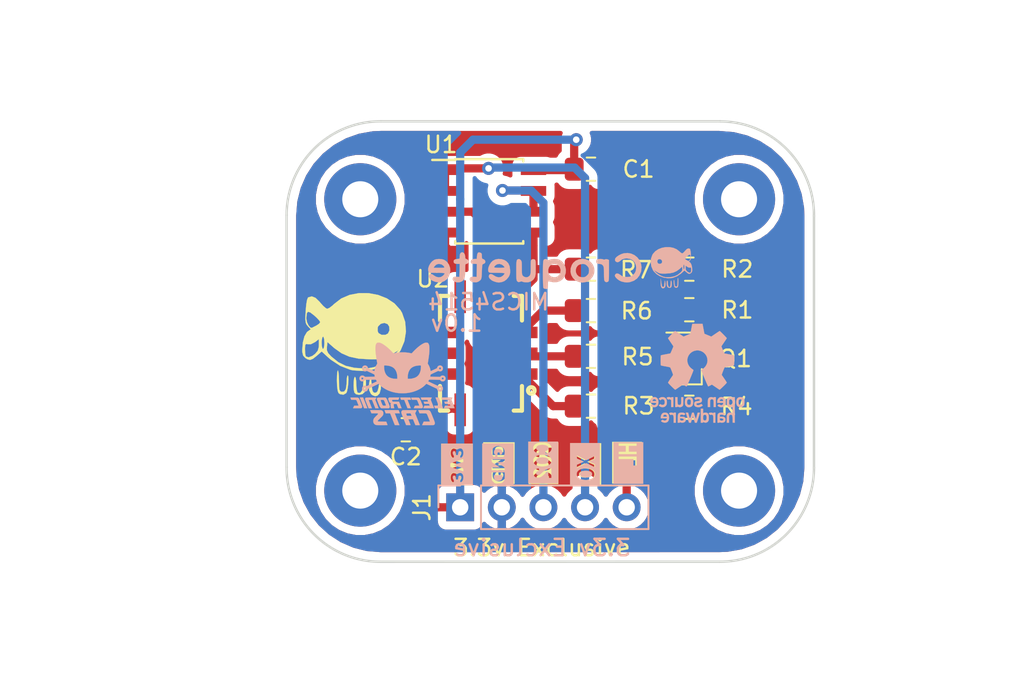
<source format=kicad_pcb>
(kicad_pcb (version 20171130) (host pcbnew "(5.1.5)-3")
  (title_block (title "MICS4514 Croquette") (date 2020-04-24) (rev V1.0) (company "Electronic Cats") (comment 1 "Montserrat Figueroa") (comment 2 "Eduardo Contreras"))
  (layers (0 F.Cu signal hide) (31 B.Cu signal hide) (34 B.Paste user) (35 F.Paste user) (36 B.SilkS user hide) (37 F.SilkS user) (38 B.Mask user) (39 F.Mask user) (44 Edge.Cuts user))
  (net 0 "")
  (net 1 +3V3)
  (net 2 /NO2)
  (net 3 /CO2)
  (net 4 /PRE_HEALTING)
  (net 5 GND)
  (net 6 "Net-(Q1-Pad1)")
  (net 7 "Net-(Q1-Pad3)")
  (net 8 "Net-(R3-Pad1)")
  (net 9 "Net-(R6-Pad1)")
  (net 10 /OX)
  (net 11 /RED)
  (module Capacitor_SMD:C_0805_2012Metric_Pad1.15x1.40mm_HandSolder (layer F.Cu) (at 140.7 108.3 180)
    (fp_text reference C2 (at 0 -1.65) (layer F.SilkS))
    (fp_text value 0.1uF)
    (pad 2 smd roundrect (at 1.025 0 180) (size 1.15 1.4) (layers F.Cu F.Paste F.Mask) (roundrect_rratio 0.217391) (net 5 GND))
    (pad 1 smd roundrect (at -1.025 0 180) (size 1.15 1.4) (layers F.Cu F.Paste F.Mask) (roundrect_rratio 0.217391) (net 1 +3V3))
  )
  (module Capacitor_SMD:C_0805_2012Metric_Pad1.15x1.40mm_HandSolder (layer F.Cu) (at 152 92.4)
    (fp_text reference C1 (at 2.9 0) (layer F.SilkS))
    (fp_text value 0.1uF)
    (pad 2 smd roundrect (at 1.025 0) (size 1.15 1.4) (layers F.Cu F.Paste F.Mask) (roundrect_rratio 0.217391) (net 5 GND))
    (pad 1 smd roundrect (at -1.025 0) (size 1.15 1.4) (layers F.Cu F.Paste F.Mask) (roundrect_rratio 0.217391) (net 1 +3V3))
  )
  (module Aesthetics:Croquette50,5x9,9 (layer F.Cu) (at 138 102.5)
    (fp_text reference G*** hide)
    (fp_text value LOGO hide)
  )
  (module Aesthetics:Croquette20,2x4 (layer B.Cu) (at 150.05 98.35 180)
    (fp_text reference G*** hide)
    (fp_text value LOGO hide)
  )
  (module Aesthetics:ox (layer B.Cu) (at 151.63 110.38 90)
    (fp_text reference G*** hide)
    (fp_text value LOGO hide)
  )
  (module Aesthetics:HL (layer B.Cu) (at 154.28 110.33 270)
    (fp_text reference G*** hide)
    (fp_text value LOGO hide)
  )
  (module Aesthetics:CO2 (layer B.Cu) (at 149.08 110.29 270)
    (fp_text reference G*** hide)
    (fp_text value LOGO hide)
  )
  (module Aesthetics:GND (layer B.Cu) (at 146.32 110.39 270)
    (fp_text reference G*** hide)
    (fp_text value LOGO hide)
  )
  (module Aesthetics:3v3 (layer B.Cu) (at 143.83 110.43 90)
    (fp_text reference G*** hide)
    (fp_text value LOGO hide)
  )
  (module Aesthetics:ox (layer F.Cu) (at 151.71 110.39 90)
    (fp_text reference G*** hide)
    (fp_text value LOGO hide)
  )
  (module Aesthetics:GND (layer F.Cu) (at 146.38 110.35 90)
    (fp_text reference G*** hide)
    (fp_text value LOGO hide)
  )
  (module Aesthetics:HL (layer F.Cu) (at 154.2 110.31 90)
    (fp_text reference G*** hide)
    (fp_text value LOGO hide)
  )
  (module Aesthetics:CO2 (layer F.Cu) (at 149.1 110.34 90)
    (fp_text reference G*** hide)
    (fp_text value LOGO hide)
  )
  (module Aesthetics:3v3 (layer F.Cu) (at 143.82 110.44 90)
    (fp_text reference G*** hide)
    (fp_text value LOGO hide)
  )
  (module MountingHole:MountingHole_2.2mm_M2_Pad (layer F.Cu) (at 137.922 112.014)
    (fp_text reference REF**)
    (fp_text value MountingHole_2.2mm_M2_Pad)
    (pad 1 thru_hole circle (at 0 0) (size 4.4 4.4) (drill 2.2) (layers *.Cu *.Mask))
  )
  (module MountingHole:MountingHole_2.2mm_M2_Pad (layer F.Cu) (at 137.922 94.234)
    (fp_text reference REF**)
    (fp_text value MountingHole_2.2mm_M2_Pad)
    (pad 1 thru_hole circle (at 0 0) (size 4.4 4.4) (drill 2.2) (layers *.Cu *.Mask))
  )
  (module MountingHole:MountingHole_2.2mm_M2_Pad (layer F.Cu) (at 161.036 94.234)
    (fp_text reference REF**)
    (fp_text value MountingHole_2.2mm_M2_Pad)
    (pad 1 thru_hole circle (at 0 0) (size 4.4 4.4) (drill 2.2) (layers *.Cu *.Mask))
  )
  (module MountingHole:MountingHole_2.2mm_M2_Pad (layer F.Cu) (at 161.036 112.014)
    (fp_text reference REF**)
    (fp_text value MountingHole_2.2mm_M2_Pad)
    (pad 1 thru_hole circle (at 0 0) (size 4.4 4.4) (drill 2.2) (layers *.Cu *.Mask))
  )
  (module Connector_PinHeader_2.54mm:PinHeader_1x05_P2.54mm_Vertical (layer B.Cu) (at 144.018 113.03 270)
    (fp_text reference J1 (at 0 2.33 270) (layer F.SilkS))
    (fp_text value OUTPUTS)
    (pad 1 thru_hole rect (at 0 0 270) (size 1.7 1.7) (drill 1) (layers *.Cu *.Mask) (net 1 +3V3))
    (pad 2 thru_hole oval (at 0 -2.54 270) (size 1.7 1.7) (drill 1) (layers *.Cu *.Mask) (net 5 GND))
    (pad 3 thru_hole oval (at 0 -5.08 270) (size 1.7 1.7) (drill 1) (layers *.Cu *.Mask) (net 3 /CO2))
    (pad 4 thru_hole oval (at 0 -7.62 270) (size 1.7 1.7) (drill 1) (layers *.Cu *.Mask) (net 2 /NO2))
    (pad 5 thru_hole oval (at 0 -10.16 270) (size 1.7 1.7) (drill 1) (layers *.Cu *.Mask) (net 4 /PRE_HEALTING))
  )
  (module Package_SO:SOIC-8_3.9x4.9mm_P1.27mm (layer F.Cu) (at 145.792 94.361)
    (fp_text reference U1 (at -2.942 -3.461) (layer F.SilkS))
    (fp_text value TLC2272)
    (pad 1 smd rect (at -2.7 -1.905) (size 1.55 0.6) (layers F.Cu F.Paste F.Mask) (net 2 /NO2))
    (pad 2 smd rect (at -2.7 -0.635) (size 1.55 0.6) (layers F.Cu F.Paste F.Mask) (net 2 /NO2))
    (pad 3 smd rect (at -2.7 0.635) (size 1.55 0.6) (layers F.Cu F.Paste F.Mask) (net 10 /OX))
    (pad 4 smd rect (at -2.7 1.905) (size 1.55 0.6) (layers F.Cu F.Paste F.Mask) (net 5 GND))
    (pad 5 smd rect (at 2.7 1.905) (size 1.55 0.6) (layers F.Cu F.Paste F.Mask) (net 11 /RED))
    (pad 6 smd rect (at 2.7 0.635) (size 1.55 0.6) (layers F.Cu F.Paste F.Mask) (net 3 /CO2))
    (pad 7 smd rect (at 2.7 -0.635) (size 1.55 0.6) (layers F.Cu F.Paste F.Mask) (net 3 /CO2))
    (pad 8 smd rect (at 2.7 -1.905) (size 1.55 0.6) (layers F.Cu F.Paste F.Mask) (net 1 +3V3))
  )
  (module Package_TO_SOT_SMD:SOT-23 (layer F.Cu) (at 158 103.95)
    (fp_text reference Q1 (at 2.818 0.01) (layer F.SilkS))
    (fp_text value 2N7002)
    (pad 1 smd rect (at -1 -0.95) (size 0.9 0.8) (layers F.Cu F.Paste F.Mask) (net 6 "Net-(Q1-Pad1)"))
    (pad 2 smd rect (at -1 0.95) (size 0.9 0.8) (layers F.Cu F.Paste F.Mask) (net 5 GND))
    (pad 3 smd rect (at 1 0) (size 0.9 0.8) (layers F.Cu F.Paste F.Mask) (net 7 "Net-(Q1-Pad3)"))
  )
  (module Resistor_SMD:R_0805_2012Metric_Pad1.15x1.40mm_HandSolder (layer F.Cu) (at 158 100.975)
    (fp_text reference R1 (at 2.928 0.02 180) (layer F.SilkS))
    (fp_text value 66.5)
    (pad 1 smd roundrect (at -1.025 0) (size 1.15 1.4) (layers F.Cu F.Paste F.Mask) (roundrect_rratio 0.217391) (net 6 "Net-(Q1-Pad1)"))
    (pad 2 smd roundrect (at 1.025 0) (size 1.15 1.4) (layers F.Cu F.Paste F.Mask) (roundrect_rratio 0.217391) (net 4 /PRE_HEALTING))
  )
  (module Resistor_SMD:R_0805_2012Metric_Pad1.15x1.40mm_HandSolder (layer F.Cu) (at 158 98.5)
    (fp_text reference R2 (at 2.925 0) (layer F.SilkS))
    (fp_text value 66.5K)
    (pad 2 smd roundrect (at 1.025 0) (size 1.15 1.4) (layers F.Cu F.Paste F.Mask) (roundrect_rratio 0.217391) (net 5 GND))
    (pad 1 smd roundrect (at -1.025 0) (size 1.15 1.4) (layers F.Cu F.Paste F.Mask) (roundrect_rratio 0.217391) (net 6 "Net-(Q1-Pad1)"))
  )
  (module Resistor_SMD:R_0805_2012Metric_Pad1.15x1.40mm_HandSolder (layer F.Cu) (at 152 106.858)
    (fp_text reference R3 (at 2.9053 -0.008) (layer F.SilkS))
    (fp_text value 30)
    (pad 2 smd roundrect (at 1.025 0) (size 1.15 1.4) (layers F.Cu F.Paste F.Mask) (roundrect_rratio 0.217391) (net 7 "Net-(Q1-Pad3)"))
    (pad 1 smd roundrect (at -1.025 0) (size 1.15 1.4) (layers F.Cu F.Paste F.Mask) (roundrect_rratio 0.217391) (net 8 "Net-(R3-Pad1)"))
  )
  (module Resistor_SMD:R_0805_2012Metric_Pad1.15x1.40mm_HandSolder (layer F.Cu) (at 158 106.925 180)
    (fp_text reference R4 (at -2.883 0.034 180) (layer F.SilkS))
    (fp_text value 36)
    (pad 1 smd roundrect (at -1.025 0 180) (size 1.15 1.4) (layers F.Cu F.Paste F.Mask) (roundrect_rratio 0.217391) (net 7 "Net-(Q1-Pad3)"))
    (pad 2 smd roundrect (at 1.025 0 180) (size 1.15 1.4) (layers F.Cu F.Paste F.Mask) (roundrect_rratio 0.217391) (net 5 GND))
  )
  (module Resistor_SMD:R_0805_2012Metric_Pad1.15x1.40mm_HandSolder (layer F.Cu) (at 152 103.818)
    (fp_text reference R5 (at 2.8418 0.032) (layer F.SilkS))
    (fp_text value 269)
    (pad 2 smd roundrect (at 1.025 0) (size 1.15 1.4) (layers F.Cu F.Paste F.Mask) (roundrect_rratio 0.217391) (net 5 GND))
    (pad 1 smd roundrect (at -1.025 0) (size 1.15 1.4) (layers F.Cu F.Paste F.Mask) (roundrect_rratio 0.217391) (net 10 /OX))
  )
  (module Resistor_SMD:R_0805_2012Metric_Pad1.15x1.40mm_HandSolder (layer F.Cu) (at 152 101.028)
    (fp_text reference R6 (at 2.789 0.022) (layer F.SilkS))
    (fp_text value 30)
    (pad 1 smd roundrect (at -1.025 0) (size 1.15 1.4) (layers F.Cu F.Paste F.Mask) (roundrect_rratio 0.217391) (net 9 "Net-(R6-Pad1)"))
    (pad 2 smd roundrect (at 1.025 0) (size 1.15 1.4) (layers F.Cu F.Paste F.Mask) (roundrect_rratio 0.217391) (net 5 GND))
  )
  (module Resistor_SMD:R_0805_2012Metric_Pad1.15x1.40mm_HandSolder (layer F.Cu) (at 152 98.5)
    (fp_text reference R7 (at 2.75 0.05) (layer F.SilkS))
    (fp_text value 47k)
    (pad 1 smd roundrect (at -1.025 0) (size 1.15 1.4) (layers F.Cu F.Paste F.Mask) (roundrect_rratio 0.217391) (net 11 /RED))
    (pad 2 smd roundrect (at 1.025 0) (size 1.15 1.4) (layers F.Cu F.Paste F.Mask) (roundrect_rratio 0.217391) (net 5 GND))
  )
  (module MICS-4514:MICS_10-SMD (layer F.Cu) (at 145.288 103.632 270)
    (fp_text reference U2 (at -4.532 2.938) (layer F.SilkS))
    (fp_text value MICS-4514)
    (pad E smd rect (at -3.45 1.27) (size 0.7 2) (layers F.Cu F.Paste F.Mask))
    (pad F smd rect (at -1.27 2.45 270) (size 0.7 2) (layers F.Cu F.Paste F.Mask) (net 1 +3V3))
    (pad G smd rect (at 0 2.45 270) (size 0.7 2) (layers F.Cu F.Paste F.Mask) (net 1 +3V3))
    (pad H smd rect (at 1.27 2.45 270) (size 0.7 2) (layers F.Cu F.Paste F.Mask) (net 1 +3V3))
    (pad A smd rect (at 1.27 -2.45 270) (size 0.7 2) (layers F.Cu F.Paste F.Mask) (net 8 "Net-(R3-Pad1)"))
    (pad B smd rect (at 0 -2.45 270) (size 0.7 2) (layers F.Cu F.Paste F.Mask) (net 10 /OX))
    (pad C smd rect (at -1.27 -2.45 270) (size 0.7 2) (layers F.Cu F.Paste F.Mask) (net 9 "Net-(R6-Pad1)"))
    (pad D smd rect (at -3.45 -1.27) (size 0.7 2) (layers F.Cu F.Paste F.Mask) (net 11 /RED))
    (pad J smd rect (at 3.45 1.27) (size 0.7 2) (layers F.Cu F.Paste F.Mask) (net 1 +3V3))
    (pad K smd rect (at 3.45 -1.27) (size 0.7 2) (layers F.Cu F.Paste F.Mask))
  )
  (module Aesthetics:electronic_cats_logo_4x3 (layer B.Cu) (at 140.5 105.5 180)
    (fp_text reference G*** hide)
    (fp_text value LOGO hide)
  )
  (module Symbols:OSHW-Logo_5.7x6mm_SilkScreen (layer B.Cu) (at 158.5 104.85 180)
    (fp_text reference REF*** hide)
    (fp_text value OSHW-Logo_5.7x6mm_SilkScreen hide)
  )
  (gr_text 1.0v (at 143.8 101.8) (layer B.SilkS) (effects (font (size 1 1)) (justify mirror)))
  (gr_text "3.3v Exclusive" (at 149 115.5) (layer F.SilkS) (effects (font (size 1 1))))
  (gr_arc (start 159.880174 110.622301) (end 159.842075 116.35) (angle -90.3811193) (layer Edge.Cuts) (width 0.15))
  (gr_arc (start 139.153774 110.626275) (end 133.426075 110.588176) (angle -90.3811193) (layer Edge.Cuts) (width 0.15))
  (gr_arc (start 139.153901 95.207699) (end 139.192 89.48) (angle -90.3811193) (layer Edge.Cuts) (width 0.15))
  (gr_text MICS4514 (at 145.75 100.5) (layer B.SilkS) (effects (font (size 1 1)) (justify mirror)))
  (gr_text "3.3v Exclusive" (at 149 115.5) (layer B.SilkS) (effects (font (size 1 1)) (justify mirror)))
  (gr_line (start 165.608 95.25) (end 165.608 110.6223) (layer Edge.Cuts) (width 0.15))
  (gr_line (start 133.426075 110.588176) (end 133.426075 95.2077) (layer Edge.Cuts) (width 0.15))
  (gr_line (start 139.153775 116.354) (end 159.842075 116.35) (layer Edge.Cuts) (width 0.15))
  (gr_line (start 159.8803 89.48) (end 139.192 89.48) (layer Edge.Cuts) (width 0.15))
  (gr_arc (start 159.880301 95.211901) (end 165.608 95.25) (angle -90.3811193) (layer Edge.Cuts) (width 0.15))
  (segment (start 143.168 107.082) (end 142.838 106.752) (width 0.5) (layer F.Cu) (net 1))
  (segment (start 142.838 104.902) (end 142.838 106.516) (width 0.5) (layer F.Cu) (net 1))
  (segment (start 142.838 106.752) (end 142.838 106.516) (width 0.5) (layer F.Cu) (net 1))
  (segment (start 142.838 104.902) (end 142.838 102.362) (width 0.5) (layer F.Cu) (net 1))
  (segment (start 144.018 113.03) (end 144.018 94.232) (width 0.5) (layer B.Cu) (net 1))
  (segment (start 144.018 91.382) (end 144.8 90.6) (width 0.5) (layer B.Cu) (net 1))
  (segment (start 144.8 90.6) (end 151.1 90.6) (width 0.5) (layer B.Cu) (net 1))
  (segment (start 144.018 94.232) (end 144.018 91.382) (width 0.5) (layer B.Cu) (net 1))
  (via (at 151.1 90.6) (size 0.8) (drill 0.4) (layers F.Cu B.Cu) (net 1))
  (segment (start 150.919 92.456) (end 150.975 92.4) (width 0.5) (layer F.Cu) (net 1))
  (segment (start 148.492 92.456) (end 150.919 92.456) (width 0.5) (layer F.Cu) (net 1))
  (segment (start 150.975 90.725) (end 151.1 90.6) (width 0.5) (layer F.Cu) (net 1))
  (segment (start 150.975 92.4) (end 150.975 90.725) (width 0.5) (layer F.Cu) (net 1))
  (segment (start 142.325 107) (end 143.5 107) (width 0.5) (layer F.Cu) (net 1))
  (segment (start 141.725 108.3) (end 141.725 107.6) (width 0.5) (layer F.Cu) (net 1))
  (segment (start 144.018 107.082) (end 143.5 107) (width 0.5) (layer F.Cu) (net 1))
  (segment (start 141.725 107.6) (end 142.325 107) (width 0.5) (layer F.Cu) (net 1))
  (segment (start 143.5 107) (end 143.168 107.082) (width 0.5) (layer F.Cu) (net 1))
  (segment (start 141.725 112.087) (end 141.725 109) (width 0.5) (layer F.Cu) (net 1))
  (segment (start 142.668 113.03) (end 141.725 112.087) (width 0.5) (layer F.Cu) (net 1))
  (segment (start 141.725 109) (end 141.725 108.3) (width 0.5) (layer F.Cu) (net 1))
  (segment (start 144.018 113.03) (end 142.668 113.03) (width 0.5) (layer F.Cu) (net 1))
  (segment (start 143.092 92.456) (end 143.092 93.726) (width 0.5) (layer F.Cu) (net 2))
  (segment (start 151.638 113.03) (end 151.638 92.938) (width 0.5) (layer B.Cu) (net 2))
  (via (at 145.75 92.35) (size 0.8) (drill 0.4) (layers F.Cu B.Cu) (net 2))
  (segment (start 145.8 92.3) (end 145.75 92.35) (width 0.5) (layer B.Cu) (net 2))
  (segment (start 151.638 92.938) (end 151 92.3) (width 0.5) (layer B.Cu) (net 2))
  (segment (start 151 92.3) (end 145.8 92.3) (width 0.5) (layer B.Cu) (net 2))
  (segment (start 143.198 92.35) (end 143.092 92.456) (width 0.5) (layer F.Cu) (net 2))
  (segment (start 145.75 92.35) (end 143.198 92.35) (width 0.5) (layer F.Cu) (net 2))
  (segment (start 149.098 113.03) (end 149.098 94.448) (width 0.5) (layer B.Cu) (net 3))
  (via (at 146.6 93.7) (size 0.8) (drill 0.4) (layers F.Cu B.Cu) (net 3))
  (segment (start 149.098 94.448) (end 148.35 93.7) (width 0.5) (layer B.Cu) (net 3))
  (segment (start 148.35 93.7) (end 146.6 93.7) (width 0.5) (layer B.Cu) (net 3))
  (segment (start 148.466 93.7) (end 148.492 93.726) (width 0.5) (layer F.Cu) (net 3))
  (segment (start 146.6 93.7) (end 148.466 93.7) (width 0.5) (layer F.Cu) (net 3))
  (segment (start 148.492 94.996) (end 148.492 93.726) (width 0.5) (layer F.Cu) (net 3))
  (segment (start 158.5 109.9) (end 154.7 109.9) (width 0.5) (layer F.Cu) (net 4))
  (segment (start 160.5 107.9) (end 158.5 109.9) (width 0.5) (layer F.Cu) (net 4))
  (segment (start 154.7 109.9) (end 154.178 110.422) (width 0.5) (layer F.Cu) (net 4))
  (segment (start 154.178 110.422) (end 154.178 113.03) (width 0.5) (layer F.Cu) (net 4))
  (segment (start 160.5 101.875) (end 160.5 102.1) (width 0.5) (layer F.Cu) (net 4))
  (segment (start 159.6 100.975) (end 160.5 101.875) (width 0.5) (layer F.Cu) (net 4))
  (segment (start 159.025 100.975) (end 159.6 100.975) (width 0.5) (layer F.Cu) (net 4))
  (segment (start 160.5 102.1) (end 160.5 107.9) (width 0.5) (layer F.Cu) (net 4))
  (segment (start 157 101) (end 156.975 100.975) (width 0.5) (layer F.Cu) (net 6))
  (segment (start 157 103) (end 157 101) (width 0.5) (layer F.Cu) (net 6))
  (segment (start 156.975 100.975) (end 156.975 98.5) (width 0.5) (layer F.Cu) (net 6))
  (segment (start 158.742 107.734) (end 157.764 108.712) (width 0.5) (layer F.Cu) (net 7))
  (segment (start 153.086 107.874) (end 153.086 106.858) (width 0.5) (layer F.Cu) (net 7))
  (segment (start 153.924 108.712) (end 153.086 107.874) (width 0.5) (layer F.Cu) (net 7))
  (segment (start 157.764 108.712) (end 153.924 108.712) (width 0.5) (layer F.Cu) (net 7))
  (segment (start 158.742 106.934) (end 158.742 107.734) (width 0.5) (layer F.Cu) (net 7))
  (segment (start 159 106.9) (end 159.025 106.925) (width 0.5) (layer F.Cu) (net 7))
  (segment (start 159 103.95) (end 159 106.9) (width 0.5) (layer F.Cu) (net 7))
  (segment (start 157.938 108.712) (end 153.924 108.712) (width 0.5) (layer F.Cu) (net 7))
  (segment (start 159.025 107.625) (end 157.938 108.712) (width 0.5) (layer F.Cu) (net 7))
  (segment (start 159.025 106.925) (end 159.025 107.625) (width 0.5) (layer F.Cu) (net 7))
  (segment (start 149.694 106.858) (end 147.738 104.902) (width 0.5) (layer F.Cu) (net 8))
  (segment (start 151.036 106.858) (end 149.694 106.858) (width 0.5) (layer F.Cu) (net 8))
  (segment (start 151.036 101.028) (end 149.072 101.028) (width 0.5) (layer F.Cu) (net 9))
  (segment (start 149.072 101.028) (end 147.738 102.362) (width 0.5) (layer F.Cu) (net 9))
  (segment (start 145.288 102.682) (end 145.288 95.504) (width 0.5) (layer F.Cu) (net 10))
  (segment (start 145.288 95.504) (end 144.78 94.996) (width 0.5) (layer F.Cu) (net 10))
  (segment (start 144.78 94.996) (end 143.092 94.996) (width 0.5) (layer F.Cu) (net 10))
  (segment (start 147.924 103.818) (end 147.738 103.632) (width 0.5) (layer F.Cu) (net 10))
  (segment (start 147.738 103.632) (end 146.238 103.632) (width 0.5) (layer F.Cu) (net 10))
  (segment (start 146.238 103.632) (end 145.288 102.682) (width 0.5) (layer F.Cu) (net 10))
  (segment (start 151.036 103.818) (end 147.924 103.818) (width 0.5) (layer F.Cu) (net 10))
  (segment (start 151.025 98.5) (end 150.45 98.5) (width 0.5) (layer F.Cu) (net 11))
  (segment (start 148.5 98.5) (end 148.492 97.066) (width 0.5) (layer F.Cu) (net 11))
  (segment (start 150.45 98.5) (end 148.5 98.5) (width 0.5) (layer F.Cu) (net 11))
  (segment (start 148.492 99.098) (end 148.5 98.5) (width 0.5) (layer F.Cu) (net 11))
  (segment (start 148.501 96.275) (end 148.492 96.266) (width 0.5) (layer F.Cu) (net 11))
  (segment (start 146.558 100.182) (end 147.408 100.182) (width 0.5) (layer F.Cu) (net 11))
  (segment (start 147.408 100.182) (end 148.492 99.098) (width 0.5) (layer F.Cu) (net 11))
  (segment (start 148.492 97.066) (end 148.492 96.266) (width 0.5) (layer F.Cu) (net 11))
  (zone (net 5) (net_name GND) (layer F.Cu) (connect_pads (clearance 0.508)) (min_thickness 0.254) (fill yes (arc_segments 32) (thermal_gap 0.508) (thermal_bridge_width 0.508))
    (polygon (pts (xy 131.03 88.98) (xy 167.91 89.02) (xy 167.98 121.13) (xy 130.97 120.99) (xy 130.9 121.19)))
  )
  (zone (net 5) (net_name GND) (layer B.Cu) (connect_pads (clearance 0.508)) (min_thickness 0.254) (fill yes (arc_segments 32) (thermal_gap 0.508) (thermal_bridge_width 0.508))
    (polygon (pts (xy 130.99 89) (xy 167.98 89.05) (xy 167.98 121.12) (xy 130.89 121.07)))
  )
)
</source>
